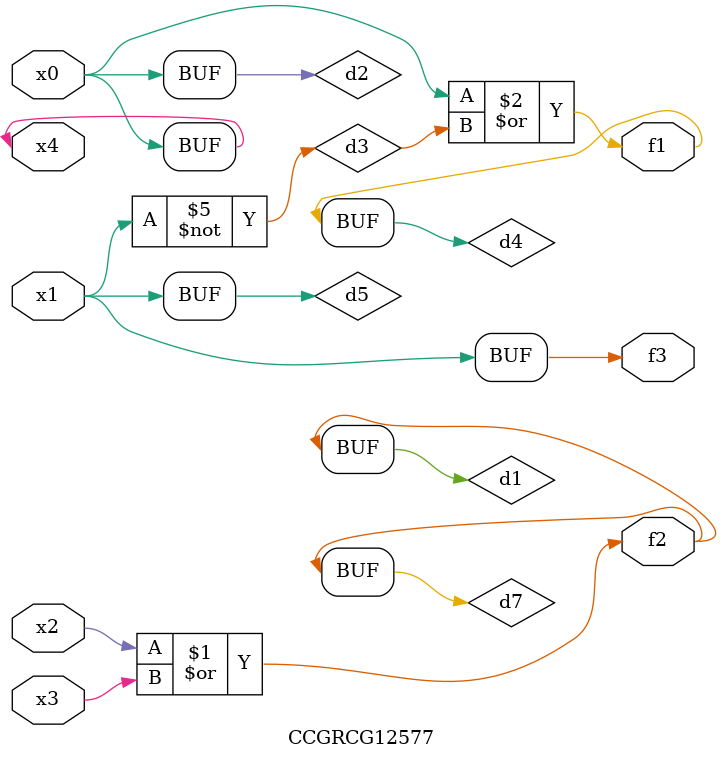
<source format=v>
module CCGRCG12577(
	input x0, x1, x2, x3, x4,
	output f1, f2, f3
);

	wire d1, d2, d3, d4, d5, d6, d7;

	or (d1, x2, x3);
	buf (d2, x0, x4);
	not (d3, x1);
	or (d4, d2, d3);
	not (d5, d3);
	nand (d6, d1, d3);
	or (d7, d1);
	assign f1 = d4;
	assign f2 = d7;
	assign f3 = d5;
endmodule

</source>
